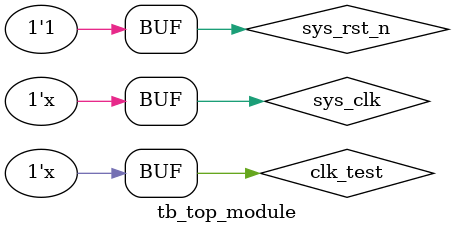
<source format=v>
`timescale 1ns / 1ps


module tb_top_module;

	// Inputs
	reg sys_clk;
	reg sys_rst_n;
	reg clk_test;

	// Outputs
	wire [33:0] freq;

	// Instantiate the Unit Under Test (UUT)
	top_module uut (
		.sys_clk(sys_clk), 
		.sys_rst_n(sys_rst_n), 
		.clk_test(clk_test),
		.freq(freq)
	);

	initial begin
		// Initialize Inputs
		sys_clk = 1'b1;
		sys_rst_n <= 1'b0;
		#200;
		sys_rst_n <= 1'b1;
		#500;
		clk_test = 1'b1;
	end

	always #100 clk_test = ~clk_test;
	always #10 sys_clk = ~sys_clk;

	defparam uut.freq_meter_calc_inst.CNT_GATE_S_MAX = 240;
	defparam uut.freq_meter_calc_inst.CNT_RISE_MAX = 40;

endmodule


</source>
